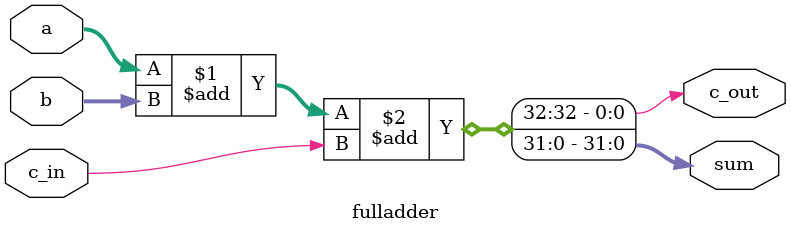
<source format=v>
module fulladder (input [31:0] a,  
                  input [31:0] b,  
                  input c_in,  
                  output c_out,  
                  output [31:0] sum);
   assign {c_out, sum} = a + b + c_in;  
endmodule
</source>
